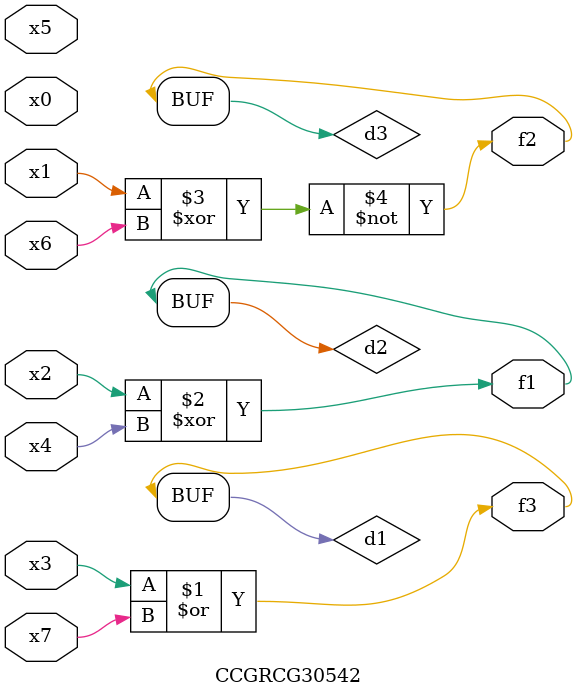
<source format=v>
module CCGRCG30542(
	input x0, x1, x2, x3, x4, x5, x6, x7,
	output f1, f2, f3
);

	wire d1, d2, d3;

	or (d1, x3, x7);
	xor (d2, x2, x4);
	xnor (d3, x1, x6);
	assign f1 = d2;
	assign f2 = d3;
	assign f3 = d1;
endmodule

</source>
